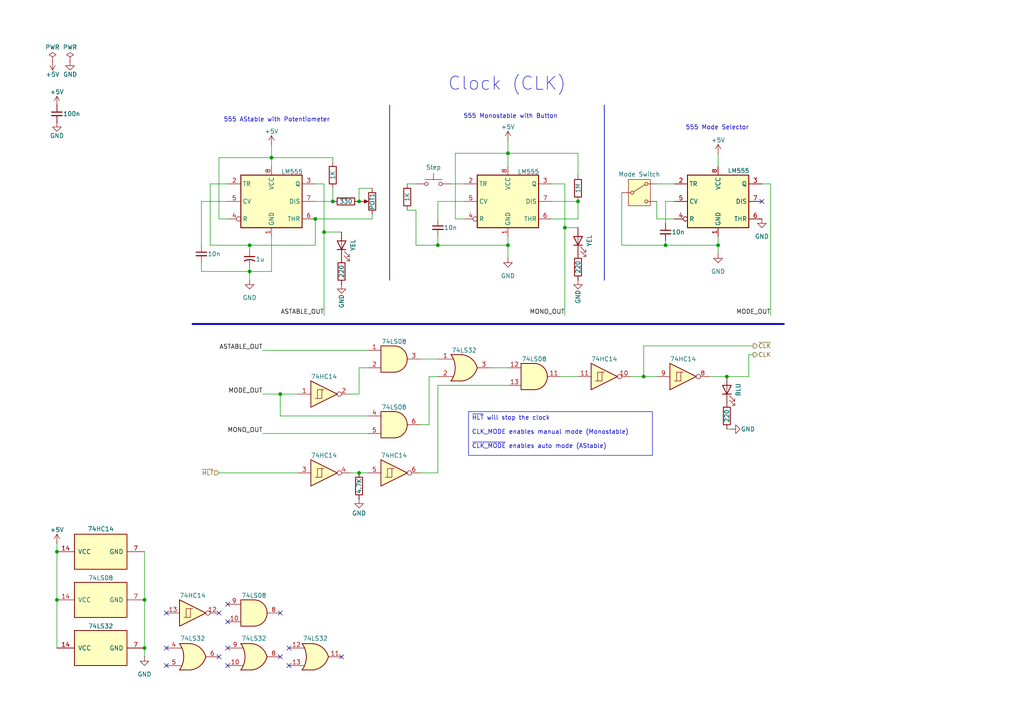
<source format=kicad_sch>
(kicad_sch (version 20250114) (generator "eeschema") (generator_version "9.0")
  (paper "A4")
  (title_block (title "Clock"))
  (lib_symbols
    (symbol "74xx:74HC14" (pin_names (offset 1.016))
      (property "Reference" "U" (at 0 1.27 0))
      (property "Value" "74HC14" (at 0 -1.27 0))
      (symbol "74HC14_1_0"
        (polyline (pts (xy -3.81 3.81) (xy -3.81 -3.81) (xy 3.81 0) (xy -3.81 3.81)) (stroke (width 0.254)) (fill (type background)))
        (pin input line (at -7.62 0 0) (length 3.81) (name "~") (number "1"))
        (pin output inverted (at 7.62 0 180) (length 3.81) (name "~") (number "2"))
      )
      (symbol "74HC14_1_1"
        (polyline (pts (xy -2.54 -1.27) (xy -0.635 -1.27) (xy -0.635 1.27) (xy 0 1.27)))
        (polyline (pts (xy -1.905 -1.27) (xy -1.905 1.27) (xy -0.635 1.27)))
      )
      (symbol "74HC14_2_0"
        (polyline (pts (xy -3.81 3.81) (xy -3.81 -3.81) (xy 3.81 0) (xy -3.81 3.81)) (stroke (width 0.254)) (fill (type background)))
        (pin input line (at -7.62 0 0) (length 3.81) (name "~") (number "3"))
        (pin output inverted (at 7.62 0 180) (length 3.81) (name "~") (number "4"))
      )
      (symbol "74HC14_2_1"
        (polyline (pts (xy -2.54 -1.27) (xy -0.635 -1.27) (xy -0.635 1.27) (xy 0 1.27)))
        (polyline (pts (xy -1.905 -1.27) (xy -1.905 1.27) (xy -0.635 1.27)))
      )
      (symbol "74HC14_3_0"
        (polyline (pts (xy -3.81 3.81) (xy -3.81 -3.81) (xy 3.81 0) (xy -3.81 3.81)) (stroke (width 0.254)) (fill (type background)))
        (pin input line (at -7.62 0 0) (length 3.81) (name "~") (number "5"))
        (pin output inverted (at 7.62 0 180) (length 3.81) (name "~") (number "6"))
      )
      (symbol "74HC14_3_1"
        (polyline (pts (xy -2.54 -1.27) (xy -0.635 -1.27) (xy -0.635 1.27) (xy 0 1.27)))
        (polyline (pts (xy -1.905 -1.27) (xy -1.905 1.27) (xy -0.635 1.27)))
      )
      (symbol "74HC14_4_0"
        (polyline (pts (xy -3.81 3.81) (xy -3.81 -3.81) (xy 3.81 0) (xy -3.81 3.81)) (stroke (width 0.254)) (fill (type background)))
        (pin input line (at -7.62 0 0) (length 3.81) (name "~") (number "9"))
        (pin output inverted (at 7.62 0 180) (length 3.81) (name "~") (number "8"))
      )
      (symbol "74HC14_4_1"
        (polyline (pts (xy -2.54 -1.27) (xy -0.635 -1.27) (xy -0.635 1.27) (xy 0 1.27)))
        (polyline (pts (xy -1.905 -1.27) (xy -1.905 1.27) (xy -0.635 1.27)))
      )
      (symbol "74HC14_5_0"
        (polyline (pts (xy -3.81 3.81) (xy -3.81 -3.81) (xy 3.81 0) (xy -3.81 3.81)) (stroke (width 0.254)) (fill (type background)))
        (pin input line (at -7.62 0 0) (length 3.81) (name "~") (number "11"))
        (pin output inverted (at 7.62 0 180) (length 3.81) (name "~") (number "10"))
      )
      (symbol "74HC14_5_1"
        (polyline (pts (xy -2.54 -1.27) (xy -0.635 -1.27) (xy -0.635 1.27) (xy 0 1.27)))
        (polyline (pts (xy -1.905 -1.27) (xy -1.905 1.27) (xy -0.635 1.27)))
      )
      (symbol "74HC14_6_0"
        (polyline (pts (xy -3.81 3.81) (xy -3.81 -3.81) (xy 3.81 0) (xy -3.81 3.81)) (stroke (width 0.254)) (fill (type background)))
        (pin input line (at -7.62 0 0) (length 3.81) (name "~") (number "13"))
        (pin output inverted (at 7.62 0 180) (length 3.81) (name "~") (number "12"))
      )
      (symbol "74HC14_6_1"
        (polyline (pts (xy -2.54 -1.27) (xy -0.635 -1.27) (xy -0.635 1.27) (xy 0 1.27)))
        (polyline (pts (xy -1.905 -1.27) (xy -1.905 1.27) (xy -0.635 1.27)))
      )
      (symbol "74HC14_7_0"
        (pin power_in line (at 0 12.7 270) (length 5.08) (name "VCC") (number "14"))
        (pin power_in line (at 0 -12.7 90) (length 5.08) (name "GND") (number "7"))
      )
      (symbol "74HC14_7_1"
        (rectangle (start -5.08 7.62) (end 5.08 -7.62) (stroke (width 0.254)) (fill (type background)))
      )
    )
    (symbol "74xx:74LS08" (pin_names (offset 1.016))
      (property "Reference" "U" (at 0 1.27 0))
      (property "Value" "74LS08" (at 0 -1.27 0))
      (symbol "74LS08_1_1"
        (arc (start 0 3.81) (mid 3.7934 0) (end 0 -3.81) (stroke (width 0.254)) (fill (type background)))
        (polyline (pts (xy 0 3.81) (xy -3.81 3.81) (xy -3.81 -3.81) (xy 0 -3.81)) (stroke (width 0.254)) (fill (type background)))
        (pin input line (at -7.62 2.54 0) (length 3.81) (name "~") (number "1"))
        (pin input line (at -7.62 -2.54 0) (length 3.81) (name "~") (number "2"))
        (pin output line (at 7.62 0 180) (length 3.81) (name "~") (number "3"))
      )
      (symbol "74LS08_1_2"
        (arc (start -3.81 3.81) (mid -2.589 0) (end -3.81 -3.81) (stroke (width 0.254)))
        (polyline (pts (xy -3.81 3.81) (xy -0.635 3.81)) (stroke (width 0.254)) (fill (type background)))
        (polyline (pts (xy -3.81 -3.81) (xy -0.635 -3.81)) (stroke (width 0.254)) (fill (type background)))
        (arc (start 3.81 0) (mid 2.1855 -2.584) (end -0.6096 -3.81) (stroke (width 0.254)) (fill (type background)))
        (arc (start -0.6096 3.81) (mid 2.1928 2.5924) (end 3.81 0) (stroke (width 0.254)) (fill (type background)))
        (polyline (pts (xy -0.635 3.81) (xy -3.81 3.81) (xy -3.81 3.81) (xy -3.556 3.4036) (xy -3.0226 2.2606) (xy -2.6924 1.0414) (xy -2.6162 -0.254) (xy -2.7686 -1.4986) (xy -3.175 -2.7178) (xy -3.81 -3.81) (xy -3.81 -3.81) (xy -0.635 -3.81)) (stroke (width -25.4)) (fill (type background)))
        (pin input inverted (at -7.62 2.54 0) (length 4.318) (name "~") (number "1"))
        (pin input inverted (at -7.62 -2.54 0) (length 4.318) (name "~") (number "2"))
        (pin output inverted (at 7.62 0 180) (length 3.81) (name "~") (number "3"))
      )
      (symbol "74LS08_2_1"
        (arc (start 0 3.81) (mid 3.7934 0) (end 0 -3.81) (stroke (width 0.254)) (fill (type background)))
        (polyline (pts (xy 0 3.81) (xy -3.81 3.81) (xy -3.81 -3.81) (xy 0 -3.81)) (stroke (width 0.254)) (fill (type background)))
        (pin input line (at -7.62 2.54 0) (length 3.81) (name "~") (number "4"))
        (pin input line (at -7.62 -2.54 0) (length 3.81) (name "~") (number "5"))
        (pin output line (at 7.62 0 180) (length 3.81) (name "~") (number "6"))
      )
      (symbol "74LS08_2_2"
        (arc (start -3.81 3.81) (mid -2.589 0) (end -3.81 -3.81) (stroke (width 0.254)))
        (polyline (pts (xy -3.81 3.81) (xy -0.635 3.81)) (stroke (width 0.254)) (fill (type background)))
        (polyline (pts (xy -3.81 -3.81) (xy -0.635 -3.81)) (stroke (width 0.254)) (fill (type background)))
        (arc (start 3.81 0) (mid 2.1855 -2.584) (end -0.6096 -3.81) (stroke (width 0.254)) (fill (type background)))
        (arc (start -0.6096 3.81) (mid 2.1928 2.5924) (end 3.81 0) (stroke (width 0.254)) (fill (type background)))
        (polyline (pts (xy -0.635 3.81) (xy -3.81 3.81) (xy -3.81 3.81) (xy -3.556 3.4036) (xy -3.0226 2.2606) (xy -2.6924 1.0414) (xy -2.6162 -0.254) (xy -2.7686 -1.4986) (xy -3.175 -2.7178) (xy -3.81 -3.81) (xy -3.81 -3.81) (xy -0.635 -3.81)) (stroke (width -25.4)) (fill (type background)))
        (pin input inverted (at -7.62 2.54 0) (length 4.318) (name "~") (number "4"))
        (pin input inverted (at -7.62 -2.54 0) (length 4.318) (name "~") (number "5"))
        (pin output inverted (at 7.62 0 180) (length 3.81) (name "~") (number "6"))
      )
      (symbol "74LS08_3_1"
        (arc (start 0 3.81) (mid 3.7934 0) (end 0 -3.81) (stroke (width 0.254)) (fill (type background)))
        (polyline (pts (xy 0 3.81) (xy -3.81 3.81) (xy -3.81 -3.81) (xy 0 -3.81)) (stroke (width 0.254)) (fill (type background)))
        (pin input line (at -7.62 2.54 0) (length 3.81) (name "~") (number "9"))
        (pin input line (at -7.62 -2.54 0) (length 3.81) (name "~") (number "10"))
        (pin output line (at 7.62 0 180) (length 3.81) (name "~") (number "8"))
      )
      (symbol "74LS08_3_2"
        (arc (start -3.81 3.81) (mid -2.589 0) (end -3.81 -3.81) (stroke (width 0.254)))
        (polyline (pts (xy -3.81 3.81) (xy -0.635 3.81)) (stroke (width 0.254)) (fill (type background)))
        (polyline (pts (xy -3.81 -3.81) (xy -0.635 -3.81)) (stroke (width 0.254)) (fill (type background)))
        (arc (start 3.81 0) (mid 2.1855 -2.584) (end -0.6096 -3.81) (stroke (width 0.254)) (fill (type background)))
        (arc (start -0.6096 3.81) (mid 2.1928 2.5924) (end 3.81 0) (stroke (width 0.254)) (fill (type background)))
        (polyline (pts (xy -0.635 3.81) (xy -3.81 3.81) (xy -3.81 3.81) (xy -3.556 3.4036) (xy -3.0226 2.2606) (xy -2.6924 1.0414) (xy -2.6162 -0.254) (xy -2.7686 -1.4986) (xy -3.175 -2.7178) (xy -3.81 -3.81) (xy -3.81 -3.81) (xy -0.635 -3.81)) (stroke (width -25.4)) (fill (type background)))
        (pin input inverted (at -7.62 2.54 0) (length 4.318) (name "~") (number "9"))
        (pin input inverted (at -7.62 -2.54 0) (length 4.318) (name "~") (number "10"))
        (pin output inverted (at 7.62 0 180) (length 3.81) (name "~") (number "8"))
      )
      (symbol "74LS08_4_1"
        (arc (start 0 3.81) (mid 3.7934 0) (end 0 -3.81) (stroke (width 0.254)) (fill (type background)))
        (polyline (pts (xy 0 3.81) (xy -3.81 3.81) (xy -3.81 -3.81) (xy 0 -3.81)) (stroke (width 0.254)) (fill (type background)))
        (pin input line (at -7.62 2.54 0) (length 3.81) (name "~") (number "12"))
        (pin input line (at -7.62 -2.54 0) (length 3.81) (name "~") (number "13"))
        (pin output line (at 7.62 0 180) (length 3.81) (name "~") (number "11"))
      )
      (symbol "74LS08_4_2"
        (arc (start -3.81 3.81) (mid -2.589 0) (end -3.81 -3.81) (stroke (width 0.254)))
        (polyline (pts (xy -3.81 3.81) (xy -0.635 3.81)) (stroke (width 0.254)) (fill (type background)))
        (polyline (pts (xy -3.81 -3.81) (xy -0.635 -3.81)) (stroke (width 0.254)) (fill (type background)))
        (arc (start 3.81 0) (mid 2.1855 -2.584) (end -0.6096 -3.81) (stroke (width 0.254)) (fill (type background)))
        (arc (start -0.6096 3.81) (mid 2.1928 2.5924) (end 3.81 0) (stroke (width 0.254)) (fill (type background)))
        (polyline (pts (xy -0.635 3.81) (xy -3.81 3.81) (xy -3.81 3.81) (xy -3.556 3.4036) (xy -3.0226 2.2606) (xy -2.6924 1.0414) (xy -2.6162 -0.254) (xy -2.7686 -1.4986) (xy -3.175 -2.7178) (xy -3.81 -3.81) (xy -3.81 -3.81) (xy -0.635 -3.81)) (stroke (width -25.4)) (fill (type background)))
        (pin input inverted (at -7.62 2.54 0) (length 4.318) (name "~") (number "12"))
        (pin input inverted (at -7.62 -2.54 0) (length 4.318) (name "~") (number "13"))
        (pin output inverted (at 7.62 0 180) (length 3.81) (name "~") (number "11"))
      )
      (symbol "74LS08_5_0"
        (pin power_in line (at 0 12.7 270) (length 5.08) (name "VCC") (number "14"))
        (pin power_in line (at 0 -12.7 90) (length 5.08) (name "GND") (number "7"))
      )
      (symbol "74LS08_5_1"
        (rectangle (start -5.08 7.62) (end 5.08 -7.62) (stroke (width 0.254)) (fill (type background)))
      )
    )
    (symbol "74xx:74LS32" (pin_names (offset 1.016))
      (property "Reference" "U" (at 0 1.27 0))
      (property "Value" "74LS32" (at 0 -1.27 0))
      (symbol "74LS32_1_1"
        (arc (start -3.81 3.81) (mid -2.589 0) (end -3.81 -3.81) (stroke (width 0.254)))
        (polyline (pts (xy -3.81 3.81) (xy -0.635 3.81)) (stroke (width 0.254)) (fill (type background)))
        (polyline (pts (xy -3.81 -3.81) (xy -0.635 -3.81)) (stroke (width 0.254)) (fill (type background)))
        (arc (start 3.81 0) (mid 2.1855 -2.584) (end -0.6096 -3.81) (stroke (width 0.254)) (fill (type background)))
        (arc (start -0.6096 3.81) (mid 2.1928 2.5924) (end 3.81 0) (stroke (width 0.254)) (fill (type background)))
        (polyline (pts (xy -0.635 3.81) (xy -3.81 3.81) (xy -3.81 3.81) (xy -3.556 3.4036) (xy -3.0226 2.2606) (xy -2.6924 1.0414) (xy -2.6162 -0.254) (xy -2.7686 -1.4986) (xy -3.175 -2.7178) (xy -3.81 -3.81) (xy -3.81 -3.81) (xy -0.635 -3.81)) (stroke (width -25.4)) (fill (type background)))
        (pin input line (at -7.62 2.54 0) (length 4.318) (name "~") (number "1"))
        (pin input line (at -7.62 -2.54 0) (length 4.318) (name "~") (number "2"))
        (pin output line (at 7.62 0 180) (length 3.81) (name "~") (number "3"))
      )
      (symbol "74LS32_1_2"
        (arc (start 0 3.81) (mid 3.7934 0) (end 0 -3.81) (stroke (width 0.254)) (fill (type background)))
        (polyline (pts (xy 0 3.81) (xy -3.81 3.81) (xy -3.81 -3.81) (xy 0 -3.81)) (stroke (width 0.254)) (fill (type background)))
        (pin input inverted (at -7.62 2.54 0) (length 3.81) (name "~") (number "1"))
        (pin input inverted (at -7.62 -2.54 0) (length 3.81) (name "~") (number "2"))
        (pin output inverted (at 7.62 0 180) (length 3.81) (name "~") (number "3"))
      )
      (symbol "74LS32_2_1"
        (arc (start -3.81 3.81) (mid -2.589 0) (end -3.81 -3.81) (stroke (width 0.254)))
        (polyline (pts (xy -3.81 3.81) (xy -0.635 3.81)) (stroke (width 0.254)) (fill (type background)))
        (polyline (pts (xy -3.81 -3.81) (xy -0.635 -3.81)) (stroke (width 0.254)) (fill (type background)))
        (arc (start 3.81 0) (mid 2.1855 -2.584) (end -0.6096 -3.81) (stroke (width 0.254)) (fill (type background)))
        (arc (start -0.6096 3.81) (mid 2.1928 2.5924) (end 3.81 0) (stroke (width 0.254)) (fill (type background)))
        (polyline (pts (xy -0.635 3.81) (xy -3.81 3.81) (xy -3.81 3.81) (xy -3.556 3.4036) (xy -3.0226 2.2606) (xy -2.6924 1.0414) (xy -2.6162 -0.254) (xy -2.7686 -1.4986) (xy -3.175 -2.7178) (xy -3.81 -3.81) (xy -3.81 -3.81) (xy -0.635 -3.81)) (stroke (width -25.4)) (fill (type background)))
        (pin input line (at -7.62 2.54 0) (length 4.318) (name "~") (number "4"))
        (pin input line (at -7.62 -2.54 0) (length 4.318) (name "~") (number "5"))
        (pin output line (at 7.62 0 180) (length 3.81) (name "~") (number "6"))
      )
      (symbol "74LS32_2_2"
        (arc (start 0 3.81) (mid 3.7934 0) (end 0 -3.81) (stroke (width 0.254)) (fill (type background)))
        (polyline (pts (xy 0 3.81) (xy -3.81 3.81) (xy -3.81 -3.81) (xy 0 -3.81)) (stroke (width 0.254)) (fill (type background)))
        (pin input inverted (at -7.62 2.54 0) (length 3.81) (name "~") (number "4"))
        (pin input inverted (at -7.62 -2.54 0) (length 3.81) (name "~") (number "5"))
        (pin output inverted (at 7.62 0 180) (length 3.81) (name "~") (number "6"))
      )
      (symbol "74LS32_3_1"
        (arc (start -3.81 3.81) (mid -2.589 0) (end -3.81 -3.81) (stroke (width 0.254)))
        (polyline (pts (xy -3.81 3.81) (xy -0.635 3.81)) (stroke (width 0.254)) (fill (type background)))
        (polyline (pts (xy -3.81 -3.81) (xy -0.635 -3.81)) (stroke (width 0.254)) (fill (type background)))
        (arc (start 3.81 0) (mid 2.1855 -2.584) (end -0.6096 -3.81) (stroke (width 0.254)) (fill (type background)))
        (arc (start -0.6096 3.81) (mid 2.1928 2.5924) (end 3.81 0) (stroke (width 0.254)) (fill (type background)))
        (polyline (pts (xy -0.635 3.81) (xy -3.81 3.81) (xy -3.81 3.81) (xy -3.556 3.4036) (xy -3.0226 2.2606) (xy -2.6924 1.0414) (xy -2.6162 -0.254) (xy -2.7686 -1.4986) (xy -3.175 -2.7178) (xy -3.81 -3.81) (xy -3.81 -3.81) (xy -0.635 -3.81)) (stroke (width -25.4)) (fill (type background)))
        (pin input line (at -7.62 2.54 0) (length 4.318) (name "~") (number "9"))
        (pin input line (at -7.62 -2.54 0) (length 4.318) (name "~") (number "10"))
        (pin output line (at 7.62 0 180) (length 3.81) (name "~") (number "8"))
      )
      (symbol "74LS32_3_2"
        (arc (start 0 3.81) (mid 3.7934 0) (end 0 -3.81) (stroke (width 0.254)) (fill (type background)))
        (polyline (pts (xy 0 3.81) (xy -3.81 3.81) (xy -3.81 -3.81) (xy 0 -3.81)) (stroke (width 0.254)) (fill (type background)))
        (pin input inverted (at -7.62 2.54 0) (length 3.81) (name "~") (number "9"))
        (pin input inverted (at -7.62 -2.54 0) (length 3.81) (name "~") (number "10"))
        (pin output inverted (at 7.62 0 180) (length 3.81) (name "~") (number "8"))
      )
      (symbol "74LS32_4_1"
        (arc (start -3.81 3.81) (mid -2.589 0) (end -3.81 -3.81) (stroke (width 0.254)))
        (polyline (pts (xy -3.81 3.81) (xy -0.635 3.81)) (stroke (width 0.254)) (fill (type background)))
        (polyline (pts (xy -3.81 -3.81) (xy -0.635 -3.81)) (stroke (width 0.254)) (fill (type background)))
        (arc (start 3.81 0) (mid 2.1855 -2.584) (end -0.6096 -3.81) (stroke (width 0.254)) (fill (type background)))
        (arc (start -0.6096 3.81) (mid 2.1928 2.5924) (end 3.81 0) (stroke (width 0.254)) (fill (type background)))
        (polyline (pts (xy -0.635 3.81) (xy -3.81 3.81) (xy -3.81 3.81) (xy -3.556 3.4036) (xy -3.0226 2.2606) (xy -2.6924 1.0414) (xy -2.6162 -0.254) (xy -2.7686 -1.4986) (xy -3.175 -2.7178) (xy -3.81 -3.81) (xy -3.81 -3.81) (xy -0.635 -3.81)) (stroke (width -25.4)) (fill (type background)))
        (pin input line (at -7.62 2.54 0) (length 4.318) (name "~") (number "12"))
        (pin input line (at -7.62 -2.54 0) (length 4.318) (name "~") (number "13"))
        (pin output line (at 7.62 0 180) (length 3.81) (name "~") (number "11"))
      )
      (symbol "74LS32_4_2"
        (arc (start 0 3.81) (mid 3.7934 0) (end 0 -3.81) (stroke (width 0.254)) (fill (type background)))
        (polyline (pts (xy 0 3.81) (xy -3.81 3.81) (xy -3.81 -3.81) (xy 0 -3.81)) (stroke (width 0.254)) (fill (type background)))
        (pin input inverted (at -7.62 2.54 0) (length 3.81) (name "~") (number "12"))
        (pin input inverted (at -7.62 -2.54 0) (length 3.81) (name "~") (number "13"))
        (pin output inverted (at 7.62 0 180) (length 3.81) (name "~") (number "11"))
      )
      (symbol "74LS32_5_0"
        (pin power_in line (at 0 12.7 270) (length 5.08) (name "VCC") (number "14"))
        (pin power_in line (at 0 -12.7 90) (length 5.08) (name "GND") (number "7"))
      )
      (symbol "74LS32_5_1"
        (rectangle (start -5.08 7.62) (end 5.08 -7.62) (stroke (width 0.254)) (fill (type background)))
      )
    )
    (symbol "Device:C_Small" (pin_numbers (hide yes)) (pin_names (offset 0.254) (hide yes))
      (property "Reference" "C" (at 0.254 1.778 0))
      (property "Value" "C_Small" (at 0.254 -2.032 0))
      (symbol "C_Small_0_1"
        (polyline (pts (xy -1.524 0.508) (xy 1.524 0.508)) (stroke (width 0.3048)))
        (polyline (pts (xy -1.524 -0.508) (xy 1.524 -0.508)) (stroke (width 0.3302)))
      )
      (symbol "C_Small_1_1"
        (pin passive line (at 0 2.54 270) (length 2.032) (name "~") (number "1"))
        (pin passive line (at 0 -2.54 90) (length 2.032) (name "~") (number "2"))
      )
    )
    (symbol "Device:C_Small_US" (pin_numbers (hide yes)) (pin_names (offset 0.254) (hide yes))
      (property "Reference" "C" (at 0.254 1.778 0))
      (property "Value" "C_Small_US" (at 0.254 -2.032 0))
      (symbol "C_Small_US_0_1"
        (polyline (pts (xy -1.524 0.508) (xy 1.524 0.508)) (stroke (width 0.3048)))
        (arc (start -1.524 -0.762) (mid 0 -0.3734) (end 1.524 -0.762) (stroke (width 0.3048)))
      )
      (symbol "C_Small_US_1_1"
        (pin passive line (at 0 2.54 270) (length 2.032) (name "~") (number "1"))
        (pin passive line (at 0 -2.54 90) (length 2.032) (name "~") (number "2"))
      )
    )
    (symbol "Device:LED" (pin_numbers (hide yes)) (pin_names (offset 1.016) (hide yes))
      (property "Reference" "D" (at 0 2.54 0))
      (property "Value" "LED" (at 0 -2.54 0))
      (symbol "LED_0_1"
        (polyline (pts (xy -3.048 -0.762) (xy -4.572 -2.286) (xy -3.81 -2.286) (xy -4.572 -2.286) (xy -4.572 -1.524)))
        (polyline (pts (xy -1.778 -0.762) (xy -3.302 -2.286) (xy -2.54 -2.286) (xy -3.302 -2.286) (xy -3.302 -1.524)))
        (polyline (pts (xy -1.27 0) (xy 1.27 0)))
        (polyline (pts (xy -1.27 -1.27) (xy -1.27 1.27)) (stroke (width 0.254)))
        (polyline (pts (xy 1.27 -1.27) (xy 1.27 1.27) (xy -1.27 0) (xy 1.27 -1.27)) (stroke (width 0.254)))
      )
      (symbol "LED_1_1"
        (pin passive line (at -3.81 0 0) (length 2.54) (name "K") (number "1"))
        (pin passive line (at 3.81 0 180) (length 2.54) (name "A") (number "2"))
      )
    )
    (symbol "Device:R" (pin_numbers (hide yes)) (pin_names (offset 0))
      (property "Reference" "R" (at 2.032 0 90))
      (property "Value" "R" (at 0 0 90))
      (symbol "R_0_1"
        (rectangle (start -1.016 -2.54) (end 1.016 2.54) (stroke (width 0.254)))
      )
      (symbol "R_1_1"
        (pin passive line (at 0 3.81 270) (length 1.27) (name "~") (number "1"))
        (pin passive line (at 0 -3.81 90) (length 1.27) (name "~") (number "2"))
      )
    )
    (symbol "Device:R_Potentiometer" (pin_numbers (hide yes)) (pin_names (offset 1.016) (hide yes))
      (property "Reference" "RV" (at -4.445 0 90))
      (property "Value" "R_Potentiometer" (at -2.54 0 90))
      (symbol "R_Potentiometer_0_1"
        (rectangle (start 1.016 2.54) (end -1.016 -2.54) (stroke (width 0.254)))
        (polyline (pts (xy 1.143 0) (xy 2.286 0.508) (xy 2.286 -0.508) (xy 1.143 0)) (fill (type outline)))
        (polyline (pts (xy 2.54 0) (xy 1.524 0)))
      )
      (symbol "R_Potentiometer_1_1"
        (pin passive line (at 0 3.81 270) (length 1.27) (name "1") (number "1"))
        (pin passive line (at 0 -3.81 90) (length 1.27) (name "3") (number "3"))
        (pin passive line (at 3.81 0 180) (length 1.27) (name "2") (number "2"))
      )
    )
    (symbol "Switch:SW_Push" (pin_numbers (hide yes)) (pin_names (offset 1.016) (hide yes))
      (property "Reference" "SW" (at 1.27 2.54 0))
      (property "Value" "SW_Push" (at 0 -1.524 0))
      (symbol "SW_Push_0_1"
        (circle (center -2.032 0) (radius 0.508))
        (polyline (pts (xy 0 1.27) (xy 0 3.048)))
        (circle (center 2.032 0) (radius 0.508))
        (polyline (pts (xy 2.54 1.27) (xy -2.54 1.27)))
        (pin passive line (at -5.08 0 0) (length 2.54) (name "1") (number "1"))
        (pin passive line (at 5.08 0 180) (length 2.54) (name "2") (number "2"))
      )
    )
    (symbol "Switch:SW_SPDT" (pin_numbers (hide yes)) (pin_names (offset 0) (hide yes))
      (property "Reference" "SW" (at 0 5.08 0))
      (property "Value" "SW_SPDT" (at 0 -5.08 0))
      (symbol "SW_SPDT_0_1"
        (circle (center -2.032 0) (radius 0.4572))
        (polyline (pts (xy -1.651 0.254) (xy 1.651 2.286)))
        (circle (center 2.032 2.54) (radius 0.4572))
        (circle (center 2.032 -2.54) (radius 0.4572))
      )
      (symbol "SW_SPDT_1_1"
        (rectangle (start -3.175 3.81) (end 3.175 -3.81) (fill (type background)))
        (pin passive line (at -5.08 0 0) (length 2.54) (name "B") (number "2"))
        (pin passive line (at 5.08 2.54 180) (length 2.54) (name "A") (number "1"))
        (pin passive line (at 5.08 -2.54 180) (length 2.54) (name "C") (number "3"))
      )
    )
    (symbol "Timer:LM555xN"
      (property "Reference" "U" (at -10.16 8.89 0))
      (property "Value" "LM555xN" (at 2.54 8.89 0))
      (symbol "LM555xN_0_0"
        (pin power_in line (at 0 10.16 270) (length 2.54) (name "VCC") (number "8"))
        (pin power_in line (at 0 -10.16 90) (length 2.54) (name "GND") (number "1"))
      )
      (symbol "LM555xN_0_1"
        (rectangle (start -8.89 -7.62) (end 8.89 7.62) (stroke (width 0.254)) (fill (type background)))
        (rectangle (start -8.89 -7.62) (end 8.89 7.62) (stroke (width 0.254)) (fill (type background)))
      )
      (symbol "LM555xN_1_1"
        (pin input line (at -12.7 5.08 0) (length 3.81) (name "TR") (number "2"))
        (pin input line (at -12.7 0 0) (length 3.81) (name "CV") (number "5"))
        (pin input inverted (at -12.7 -5.08 0) (length 3.81) (name "R") (number "4"))
        (pin output line (at 12.7 5.08 180) (length 3.81) (name "Q") (number "3"))
        (pin input line (at 12.7 0 180) (length 3.81) (name "DIS") (number "7"))
        (pin input line (at 12.7 -5.08 180) (length 3.81) (name "THR") (number "6"))
      )
    )
    (symbol "power:+5V" (power) (pin_numbers (hide yes)) (pin_names (offset 0) (hide yes))
      (property "Value" "+5V" (at 0 3.556 0))
      (symbol "+5V_0_1"
        (polyline (pts (xy -0.762 1.27) (xy 0 2.54)))
        (polyline (pts (xy 0 2.54) (xy 0.762 1.27)))
        (polyline (pts (xy 0 0) (xy 0 2.54)))
      )
      (symbol "+5V_1_1"
        (pin power_in line (at 0 0 90) (length 0) (name "~") (number "1"))
      )
    )
    (symbol "power:GND" (power) (pin_numbers (hide yes)) (pin_names (offset 0) (hide yes))
      (property "Value" "GND" (at 0 -3.81 0))
      (symbol "GND_0_1"
        (polyline (pts (xy 0 0) (xy 0 -1.27) (xy 1.27 -1.27) (xy 0 -2.54) (xy -1.27 -1.27) (xy 0 -1.27)))
      )
      (symbol "GND_1_1"
        (pin power_in line (at 0 0 270) (length 0) (name "~") (number "1"))
      )
    )
    (symbol "power:PWR_FLAG" (power) (pin_numbers (hide yes)) (pin_names (offset 0) (hide yes))
      (property "Value" "PWR_FLAG" (at 0 3.81 0))
      (symbol "PWR_FLAG_0_0"
        (pin power_out line (at 0 0 90) (length 0) (name "~") (number "1"))
      )
      (symbol "PWR_FLAG_0_1"
        (polyline (pts (xy 0 0) (xy 0 1.27) (xy -1.016 1.905) (xy 0 2.54) (xy 1.016 1.905) (xy 0 1.27)))
      )
    )
  )
  (rectangle (start 55.88 93.9546) (end 227.33 93.98) (stroke (width 0.508)))
  (rectangle (start 113.0046 30.48) (end 113.03 81.28) (stroke (width 0.1778)))
  (rectangle (start 175.26 30.48) (end 175.2854 81.28) (stroke (width 0.1778)))
  (text "555 Monostable with Button" (at 148.082 33.782 0) (effects (font (size 1.27 1.27))))
  (text "555 AStable with Potentiometer" (at 80.264 34.798 0) (effects (font (size 1.27 1.27))))
  (text "555 Mode Selector" (at 208.026 37.084 0) (effects (font (size 1.27 1.27))))
  (text "Clock (CLK)" (at 147.066 24.384 0) (effects (font (size 3.81 3.81))))
  (text_box "~{HLT} will stop the clock\n\nCLK_MODE enables manual mode (Monostable)\n\n~{CLK_MODE} enables auto mode (AStable)" (at 135.89 119.38 0) (size 53.34 12.7) (margins 0.9525 0.9525 0.9525 0.9525) (effects (font (size 1.27 1.27)) (justify left top)))
  (junction (at 208.28 71.12))
  (junction (at 186.69 109.22))
  (junction (at 104.14 58.42))
  (junction (at 210.82 109.22))
  (junction (at 16.51 160.02))
  (junction (at 72.39 71.12))
  (junction (at 163.83 66.04))
  (junction (at 78.74 45.72))
  (junction (at 41.91 173.99))
  (junction (at 41.91 187.96))
  (junction (at 81.28 114.3))
  (junction (at 96.52 58.42))
  (junction (at 104.14 137.16))
  (junction (at 147.32 71.12))
  (junction (at 193.04 71.12))
  (junction (at 147.32 44.45))
  (junction (at 91.44 63.5))
  (junction (at 93.98 67.31))
  (junction (at 72.39 78.74))
  (junction (at 127 71.12))
  (junction (at 16.51 173.99))
  (junction (at 167.64 58.42))
  (no_connect (at 66.04 187.96))
  (no_connect (at 66.04 175.26))
  (no_connect (at 48.26 187.96))
  (no_connect (at 63.5 190.5))
  (no_connect (at 220.98 58.42))
  (no_connect (at 66.04 193.04))
  (no_connect (at 81.28 177.8))
  (no_connect (at 83.82 193.04))
  (no_connect (at 48.26 177.8))
  (no_connect (at 48.26 193.04))
  (no_connect (at 66.04 180.34))
  (no_connect (at 99.06 190.5))
  (no_connect (at 83.82 187.96))
  (no_connect (at 63.5 177.8))
  (no_connect (at 81.28 190.5))
  (wire (pts (xy 132.08 44.45) (xy 147.32 44.45)))
  (wire (pts (xy 58.42 78.74) (xy 72.39 78.74)))
  (wire (pts (xy 190.5 58.42) (xy 190.5 63.5)))
  (wire (pts (xy 163.83 53.34) (xy 163.83 66.04)))
  (wire (pts (xy 91.44 63.5) (xy 107.95 63.5)))
  (wire (pts (xy 78.74 45.72) (xy 78.74 48.26)))
  (wire (pts (xy 127 111.76) (xy 147.32 111.76)))
  (wire (pts (xy 107.95 62.23) (xy 107.95 63.5)))
  (wire (pts (xy 190.5 63.5) (xy 195.58 63.5)))
  (wire (pts (xy 16.51 160.02) (xy 16.51 173.99)))
  (wire (pts (xy 93.98 67.31) (xy 99.06 67.31)))
  (wire (pts (xy 134.62 58.42) (xy 127 58.42)))
  (wire (pts (xy 193.04 58.42) (xy 193.04 64.77)))
  (wire (pts (xy 72.39 78.74) (xy 78.74 78.74)))
  (wire (pts (xy 96.52 45.72) (xy 78.74 45.72)))
  (wire (pts (xy 217.17 102.87) (xy 218.44 102.87)))
  (wire (pts (xy 147.32 71.12) (xy 147.32 68.58)))
  (wire (pts (xy 167.64 58.42) (xy 160.02 58.42)))
  (wire (pts (xy 167.64 44.45) (xy 147.32 44.45)))
  (wire (pts (xy 182.88 109.22) (xy 186.69 109.22)))
  (wire (pts (xy 223.52 91.44) (xy 223.52 53.34)))
  (wire (pts (xy 16.51 173.99) (xy 16.51 187.96)))
  (wire (pts (xy 127 68.58) (xy 127 71.12)))
  (wire (pts (xy 106.68 120.65) (xy 81.28 120.65)))
  (wire (pts (xy 66.04 63.5) (xy 63.5 63.5)))
  (wire (pts (xy 132.08 44.45) (xy 132.08 63.5)))
  (wire (pts (xy 147.32 74.93) (xy 147.32 71.12)))
  (wire (pts (xy 186.69 100.33) (xy 186.69 109.22)))
  (wire (pts (xy 101.6 114.3) (xy 104.14 114.3)))
  (wire (pts (xy 223.52 53.34) (xy 220.98 53.34)))
  (wire (pts (xy 96.52 46.99) (xy 96.52 45.72)))
  (wire (pts (xy 107.95 54.61) (xy 104.14 54.61)))
  (wire (pts (xy 124.46 109.22) (xy 124.46 123.19)))
  (wire (pts (xy 76.2 114.3) (xy 81.28 114.3)))
  (wire (pts (xy 160.02 53.34) (xy 163.83 53.34)))
  (wire (pts (xy 63.5 63.5) (xy 63.5 45.72)))
  (wire (pts (xy 63.5 45.72) (xy 78.74 45.72)))
  (wire (pts (xy 208.28 44.45) (xy 208.28 48.26)))
  (wire (pts (xy 91.44 63.5) (xy 91.44 71.12)))
  (wire (pts (xy 195.58 58.42) (xy 193.04 58.42)))
  (wire (pts (xy 193.04 69.85) (xy 193.04 71.12)))
  (wire (pts (xy 160.02 63.5) (xy 167.64 63.5)))
  (wire (pts (xy 218.44 100.33) (xy 186.69 100.33)))
  (wire (pts (xy 121.92 104.14) (xy 127 104.14)))
  (wire (pts (xy 93.98 67.31) (xy 93.98 91.44)))
  (wire (pts (xy 180.34 71.12) (xy 193.04 71.12)))
  (wire (pts (xy 41.91 173.99) (xy 41.91 187.96)))
  (wire (pts (xy 81.28 120.65) (xy 81.28 114.3)))
  (wire (pts (xy 78.74 41.91) (xy 78.74 45.72)))
  (wire (pts (xy 60.96 53.34) (xy 60.96 71.12)))
  (wire (pts (xy 193.04 71.12) (xy 208.28 71.12)))
  (wire (pts (xy 41.91 187.96) (xy 41.91 190.5)))
  (wire (pts (xy 72.39 71.12) (xy 91.44 71.12)))
  (wire (pts (xy 66.04 58.42) (xy 58.42 58.42)))
  (wire (pts (xy 212.09 124.46) (xy 210.82 124.46)))
  (wire (pts (xy 58.42 58.42) (xy 58.42 71.12)))
  (wire (pts (xy 142.24 106.68) (xy 147.32 106.68)))
  (wire (pts (xy 217.17 102.87) (xy 217.17 109.22)))
  (wire (pts (xy 205.74 109.22) (xy 210.82 109.22)))
  (wire (pts (xy 86.36 114.3) (xy 81.28 114.3)))
  (wire (pts (xy 130.81 53.34) (xy 134.62 53.34)))
  (wire (pts (xy 208.28 68.58) (xy 208.28 71.12)))
  (wire (pts (xy 208.28 71.12) (xy 208.28 73.66)))
  (wire (pts (xy 76.2 125.73) (xy 106.68 125.73)))
  (wire (pts (xy 76.2 101.6) (xy 106.68 101.6)))
  (wire (pts (xy 124.46 123.19) (xy 121.92 123.19)))
  (wire (pts (xy 186.69 109.22) (xy 190.5 109.22)))
  (wire (pts (xy 120.65 53.34) (xy 118.11 53.34)))
  (wire (pts (xy 96.52 54.61) (xy 96.52 58.42)))
  (wire (pts (xy 60.96 71.12) (xy 72.39 71.12)))
  (wire (pts (xy 190.5 53.34) (xy 195.58 53.34)))
  (wire (pts (xy 147.32 44.45) (xy 147.32 48.26)))
  (wire (pts (xy 180.34 55.88) (xy 180.34 71.12)))
  (wire (pts (xy 163.83 91.44) (xy 163.83 66.04)))
  (wire (pts (xy 134.62 63.5) (xy 132.08 63.5)))
  (wire (pts (xy 127 58.42) (xy 127 63.5)))
  (wire (pts (xy 120.65 71.12) (xy 127 71.12)))
  (wire (pts (xy 72.39 78.74) (xy 72.39 81.28)))
  (wire (pts (xy 63.5 137.16) (xy 86.36 137.16)))
  (wire (pts (xy 91.44 58.42) (xy 96.52 58.42)))
  (wire (pts (xy 91.44 53.34) (xy 93.98 53.34)))
  (wire (pts (xy 120.65 60.96) (xy 118.11 60.96)))
  (wire (pts (xy 127 71.12) (xy 147.32 71.12)))
  (wire (pts (xy 127 111.76) (xy 127 137.16)))
  (wire (pts (xy 167.64 50.8) (xy 167.64 44.45)))
  (wire (pts (xy 72.39 78.74) (xy 72.39 77.47)))
  (wire (pts (xy 101.6 137.16) (xy 104.14 137.16)))
  (wire (pts (xy 121.92 137.16) (xy 127 137.16)))
  (wire (pts (xy 217.17 109.22) (xy 210.82 109.22)))
  (wire (pts (xy 162.56 109.22) (xy 167.64 109.22)))
  (wire (pts (xy 58.42 76.2) (xy 58.42 78.74)))
  (wire (pts (xy 66.04 53.34) (xy 60.96 53.34)))
  (wire (pts (xy 104.14 114.3) (xy 104.14 106.68)))
  (wire (pts (xy 16.51 157.48) (xy 16.51 160.02)))
  (wire (pts (xy 147.32 40.64) (xy 147.32 44.45)))
  (wire (pts (xy 78.74 68.58) (xy 78.74 78.74)))
  (wire (pts (xy 120.65 60.96) (xy 120.65 71.12)))
  (wire (pts (xy 104.14 106.68) (xy 106.68 106.68)))
  (wire (pts (xy 93.98 53.34) (xy 93.98 67.31)))
  (wire (pts (xy 41.91 160.02) (xy 41.91 173.99)))
  (wire (pts (xy 167.64 63.5) (xy 167.64 58.42)))
  (wire (pts (xy 104.14 137.16) (xy 106.68 137.16)))
  (wire (pts (xy 104.14 54.61) (xy 104.14 58.42)))
  (wire (pts (xy 124.46 109.22) (xy 127 109.22)))
  (wire (pts (xy 163.83 66.04) (xy 167.64 66.04)))
  (wire (pts (xy 72.39 71.12) (xy 72.39 72.39)))
  (label "MODE_OUT" (at 76.2 114.3 180))
  (label "MONO_OUT" (at 76.2 125.73 180))
  (label "MODE_OUT" (at 223.52 91.44 180))
  (label "MONO_OUT" (at 163.83 91.44 180))
  (label "ASTABLE_OUT" (at 93.98 91.44 180))
  (label "ASTABLE_OUT" (at 76.2 101.6 180))
  (hierarchical_label "CLK" (shape output) (at 218.44 102.87 0))
  (hierarchical_label "~{CLK}" (shape output) (at 218.44 100.33 0))
  (hierarchical_label "~{HLT}" (shape input) (at 63.5 137.16 180))
  (symbol (lib_id "74xx:74HC14") (at 175.26 109.22 0) (unit 5)
    (property "Reference" "U17" (effects (hide yes)))
    (property "Value" "74HC14" (at 175.26 104.14 0))
    (property "Footprint" "Package_DIP:DIP-14_W7.62mm_Socket_LongPads" (effects (hide yes)))
    (property "Datasheet" "http://www.ti.com/lit/gpn/sn74HC14" (effects (hide yes)))
    (property "Description" "Hex inverter schmitt trigger" (effects (hide yes)))
  )
  (symbol (lib_id "Device:C_Small") (at 58.42 73.66 0) (unit 1)
    (property "Reference" "C2" (effects (hide yes)))
    (property "Value" "10n" (at 60.198 73.66 0) (effects (justify left)))
    (property "Footprint" "Capacitor_THT:C_Disc_D5.0mm_W2.5mm_P5.00mm" (effects (hide yes)))
    (property "Description" "Unpolarized capacitor, small symbol" (effects (hide yes)))
  )
  (symbol (lib_id "power:+5V") (at 16.51 30.48 0) (unit 1)
    (property "Reference" "#PWR017" (effects (hide yes)))
    (property "Value" "+5V" (at 16.51 26.67 0))
    (property "Description" "Power symbol creates a global label with name \"+5V\"" (effects (hide yes)))
  )
  (symbol (lib_id "Device:LED") (at 210.82 113.03 90) (unit 1)
    (property "Reference" "D95" (effects (hide yes)))
    (property "Value" "BLU" (at 214.122 113.03 0))
    (property "Footprint" "LED_THT:LED_D5.0mm" (effects (hide yes)))
    (property "Description" "Light emitting diode" (effects (hide yes)))
    (property "Sim.Pins" "1=K 2=A" (effects (hide yes)))
  )
  (symbol (lib_id "power:+5V") (at 78.74 41.91 0) (unit 1)
    (property "Reference" "#PWR07" (effects (hide yes)))
    (property "Value" "+5V" (at 78.74 38.1 0))
    (property "Description" "Power symbol creates a global label with name \"+5V\"" (effects (hide yes)))
  )
  (symbol (lib_id "Device:C_Small_US") (at 72.39 74.93 0) (unit 1)
    (property "Reference" "C1" (effects (hide yes)))
    (property "Value" "1u" (at 74.168 75.184 0) (effects (justify left)))
    (property "Footprint" "Capacitor_THT:CP_Radial_D8.0mm_P5.00mm" (effects (hide yes)))
    (property "Description" "capacitor, small US symbol" (effects (hide yes)))
  )
  (symbol (lib_id "74xx:74LS32") (at 134.62 106.68 0) (unit 1)
    (property "Reference" "U19" (effects (hide yes)))
    (property "Value" "74LS32" (at 134.62 101.6 0))
    (property "Footprint" "Package_DIP:DIP-14_W7.62mm_Socket_LongPads" (effects (hide yes)))
    (property "Datasheet" "http://www.ti.com/lit/gpn/sn74LS32" (effects (hide yes)))
    (property "Description" "Quad 2-input OR" (effects (hide yes)))
  )
  (symbol (lib_id "Switch:SW_Push") (at 125.73 53.34 0) (unit 1)
    (property "Reference" "SWBU1" (effects (hide yes)))
    (property "Value" "Step" (at 125.73 48.514 0))
    (property "Footprint" "Button_Switch_THT:SW_PUSH_6mm" (effects (hide yes)))
    (property "Description" "Push button switch, generic, two pins" (effects (hide yes)))
  )
  (symbol (lib_id "74xx:74LS08") (at 114.3 104.14 0) (unit 1)
    (property "Reference" "U3" (effects (hide yes)))
    (property "Value" "74LS08" (at 114.2917 99.06 0))
    (property "Footprint" "Package_DIP:DIP-14_W7.62mm_Socket_LongPads" (effects (hide yes)))
    (property "Datasheet" "http://www.ti.com/lit/gpn/sn74LS08" (effects (hide yes)))
    (property "Description" "Quad And2" (effects (hide yes)))
  )
  (symbol (lib_id "Timer:LM555xN") (at 78.74 58.42 0) (unit 1)
    (property "Reference" "U1" (effects (hide yes)))
    (property "Value" "LM555" (at 81.534 49.784 0) (effects (justify left)))
    (property "Footprint" "Package_DIP:DIP-8_W7.62mm_Socket_LongPads" (effects (hide yes)))
    (property "Datasheet" "http://www.ti.com/lit/ds/symlink/lm555.pdf" (effects (hide yes)))
    (property "Description" "Timer, 555 compatible, PDIP-8" (effects (hide yes)))
  )
  (symbol (lib_id "power:GND") (at 41.91 190.5 0) (unit 1)
    (property "Reference" "#PWR06" (effects (hide yes)))
    (property "Value" "GND" (at 41.91 195.58 0))
    (property "Description" "Power symbol creates a global label with name \"GND\" , ground" (effects (hide yes)))
  )
  (symbol (lib_id "Device:R") (at 104.14 140.97 0) (unit 1)
    (property "Reference" "R107" (effects (hide yes)))
    (property "Value" "4.7K" (at 104.14 140.97 90))
    (property "Footprint" "Resistor_THT:R_Axial_DIN0207_L6.3mm_D2.5mm_P7.62mm_Horizontal" (effects (hide yes)))
    (property "Description" "Resistor" (effects (hide yes)))
  )
  (symbol (lib_id "power:GND") (at 220.98 63.5 0) (unit 1)
    (property "Reference" "#PWR02" (effects (hide yes)))
    (property "Value" "GND" (at 220.98 68.58 0))
    (property "Description" "Power symbol creates a global label with name \"GND\" , ground" (effects (hide yes)))
  )
  (symbol (lib_id "power:GND") (at 212.09 124.46 90) (unit 1)
    (property "Reference" "#PWR0121" (effects (hide yes)))
    (property "Value" "GND" (at 214.884 124.46 90) (effects (justify right)))
    (property "Description" "Power symbol creates a global label with name \"GND\" , ground" (effects (hide yes)))
  )
  (symbol (lib_id "74xx:74HC14") (at 198.12 109.22 0) (unit 4)
    (property "Reference" "U17" (effects (hide yes)))
    (property "Value" "74HC14" (at 198.12 104.14 0))
    (property "Footprint" "Package_DIP:DIP-14_W7.62mm_Socket_LongPads" (effects (hide yes)))
    (property "Datasheet" "http://www.ti.com/lit/gpn/sn74HC14" (effects (hide yes)))
    (property "Description" "Hex inverter schmitt trigger" (effects (hide yes)))
  )
  (symbol (lib_id "Switch:SW_SPDT") (at 185.42 55.88 0) (unit 1)
    (property "Reference" "SW2" (effects (hide yes)))
    (property "Value" "Mode Switch" (at 185.42 50.546 0))
    (property "Footprint" "SW_SLW-883935-2A-D:SW_SLW-883935-2A-D" (effects (hide yes)))
    (property "Description" "Switch, single pole double throw" (effects (hide yes)))
  )
  (symbol (lib_id "power:GND") (at 208.28 73.66 0) (unit 1)
    (property "Reference" "#PWR012" (effects (hide yes)))
    (property "Value" "GND" (at 208.28 78.74 0))
    (property "Description" "Power symbol creates a global label with name \"GND\" , ground" (effects (hide yes)))
  )
  (symbol (lib_id "power:GND") (at 147.32 74.93 0) (unit 1)
    (property "Reference" "#PWR08" (effects (hide yes)))
    (property "Value" "GND" (at 147.32 80.01 0))
    (property "Description" "Power symbol creates a global label with name \"GND\" , ground" (effects (hide yes)))
  )
  (symbol (lib_id "Device:R_Potentiometer") (at 107.95 58.42 180) (unit 1)
    (property "Reference" "POT1" (at 107.95 58.42 90))
    (property "Value" "R_Potentiometer" (effects (hide yes)))
    (property "Footprint" "Potentiometer_THT:Potentiometer_Bourns_3386P_Vertical" (effects (hide yes)))
    (property "Description" "Potentiometer" (effects (hide yes)))
  )
  (symbol (lib_id "74xx:74HC14") (at 55.88 177.8 0) (unit 6)
    (property "Reference" "U17" (effects (hide yes)))
    (property "Value" "74HC14" (at 55.88 172.72 0))
    (property "Footprint" "Package_DIP:DIP-14_W7.62mm_Socket_LongPads" (effects (hide yes)))
    (property "Datasheet" "http://www.ti.com/lit/gpn/sn74HC14" (effects (hide yes)))
    (property "Description" "Hex inverter schmitt trigger" (effects (hide yes)))
  )
  (symbol (lib_id "74xx:74HC14") (at 93.98 137.16 0) (unit 2)
    (property "Reference" "U17" (effects (hide yes)))
    (property "Value" "74HC14" (at 93.98 132.08 0))
    (property "Footprint" "Package_DIP:DIP-14_W7.62mm_Socket_LongPads" (effects (hide yes)))
    (property "Datasheet" "http://www.ti.com/lit/gpn/sn74HC14" (effects (hide yes)))
    (property "Description" "Hex inverter schmitt trigger" (effects (hide yes)))
  )
  (symbol (lib_id "power:GND") (at 72.39 81.28 0) (unit 1)
    (property "Reference" "#PWR018" (effects (hide yes)))
    (property "Value" "GND" (at 72.39 86.36 0))
    (property "Description" "Power symbol creates a global label with name \"GND\" , ground" (effects (hide yes)))
  )
  (symbol (lib_id "74xx:74HC14") (at 114.3 137.16 0) (unit 3)
    (property "Reference" "U17" (effects (hide yes)))
    (property "Value" "74HC14" (at 114.3 132.08 0))
    (property "Footprint" "Package_DIP:DIP-14_W7.62mm_Socket_LongPads" (effects (hide yes)))
    (property "Datasheet" "http://www.ti.com/lit/gpn/sn74HC14" (effects (hide yes)))
    (property "Description" "Hex inverter schmitt trigger" (effects (hide yes)))
  )
  (symbol (lib_id "74xx:74LS08") (at 73.66 177.8 0) (unit 3)
    (property "Reference" "U3" (effects (hide yes)))
    (property "Value" "74LS08" (at 73.6517 172.72 0))
    (property "Footprint" "Package_DIP:DIP-14_W7.62mm_Socket_LongPads" (effects (hide yes)))
    (property "Datasheet" "http://www.ti.com/lit/gpn/sn74LS08" (effects (hide yes)))
    (property "Description" "Quad And2" (effects (hide yes)))
  )
  (symbol (lib_id "74xx:74LS08") (at 154.94 109.22 0) (unit 4)
    (property "Reference" "U3" (effects (hide yes)))
    (property "Value" "74LS08" (at 154.9317 104.14 0))
    (property "Footprint" "Package_DIP:DIP-14_W7.62mm_Socket_LongPads" (effects (hide yes)))
    (property "Datasheet" "http://www.ti.com/lit/gpn/sn74LS08" (effects (hide yes)))
    (property "Description" "Quad And2" (effects (hide yes)))
  )
  (symbol (lib_id "Device:LED") (at 167.64 69.85 90) (unit 1)
    (property "Reference" "D1" (effects (hide yes)))
    (property "Value" "YEL" (at 170.942 69.85 0))
    (property "Footprint" "LED_THT:LED_D5.0mm" (effects (hide yes)))
    (property "Description" "Light emitting diode" (effects (hide yes)))
    (property "Sim.Pins" "1=K 2=A" (effects (hide yes)))
  )
  (symbol (lib_id "power:GND") (at 167.64 81.28 0) (unit 1)
    (property "Reference" "#PWR01" (effects (hide yes)))
    (property "Value" "GND" (at 167.64 84.074 90) (effects (justify right)))
    (property "Description" "Power symbol creates a global label with name \"GND\" , ground" (effects (hide yes)))
  )
  (symbol (lib_id "Timer:LM555xN") (at 208.28 58.42 0) (unit 1)
    (property "Reference" "U20" (effects (hide yes)))
    (property "Value" "LM555" (at 211.074 49.53 0) (effects (justify left)))
    (property "Footprint" "Package_DIP:DIP-8_W7.62mm_Socket_LongPads" (effects (hide yes)))
    (property "Datasheet" "http://www.ti.com/lit/ds/symlink/lm555.pdf" (effects (hide yes)))
    (property "Description" "Timer, 555 compatible, PDIP-8" (effects (hide yes)))
  )
  (symbol (lib_id "Device:R") (at 99.06 78.74 180) (unit 1)
    (property "Reference" "R7" (effects (hide yes)))
    (property "Value" "220" (at 99.06 78.74 90))
    (property "Footprint" "Resistor_THT:R_Axial_DIN0207_L6.3mm_D2.5mm_P7.62mm_Horizontal" (effects (hide yes)))
    (property "Description" "Resistor" (effects (hide yes)))
  )
  (symbol (lib_id "74xx:74HC14") (at 29.21 160.02 90) (unit 7)
    (property "Reference" "U17" (effects (hide yes)))
    (property "Value" "74HC14" (at 29.21 153.416 90))
    (property "Footprint" "Package_DIP:DIP-14_W7.62mm_Socket_LongPads" (effects (hide yes)))
    (property "Datasheet" "http://www.ti.com/lit/gpn/sn74HC14" (effects (hide yes)))
    (property "Description" "Hex inverter schmitt trigger" (effects (hide yes)))
  )
  (symbol (lib_id "power:GND") (at 20.32 17.78 0) (unit 1)
    (property "Reference" "#PWR014" (effects (hide yes)))
    (property "Value" "GND" (at 18.288 21.59 0) (effects (justify left)))
    (property "Description" "Power symbol creates a global label with name \"GND\" , ground" (effects (hide yes)))
  )
  (symbol (lib_id "power:GND") (at 104.14 144.78 0) (unit 1)
    (property "Reference" "#PWR0115" (effects (hide yes)))
    (property "Value" "GND" (at 104.14 148.844 0))
    (property "Description" "Power symbol creates a global label with name \"GND\" , ground" (effects (hide yes)))
  )
  (symbol (lib_id "power:PWR_FLAG") (at 15.24 17.78 0) (unit 1)
    (property "Reference" "#FLG03" (effects (hide yes)))
    (property "Value" "PWR" (at 15.24 13.716 0))
    (property "Description" "Special symbol for telling ERC where power comes from" (effects (hide yes)))
  )
  (symbol (lib_id "Device:R") (at 167.64 77.47 180) (unit 1)
    (property "Reference" "R1" (effects (hide yes)))
    (property "Value" "220" (at 167.64 77.47 90))
    (property "Footprint" "Resistor_THT:R_Axial_DIN0207_L6.3mm_D2.5mm_P7.62mm_Horizontal" (effects (hide yes)))
    (property "Description" "Resistor" (effects (hide yes)))
  )
  (symbol (lib_id "power:PWR_FLAG") (at 20.32 17.78 0) (unit 1)
    (property "Reference" "#FLG04" (effects (hide yes)))
    (property "Value" "PWR" (at 20.32 13.716 0))
    (property "Description" "Special symbol for telling ERC where power comes from" (effects (hide yes)))
  )
  (symbol (lib_id "Device:R") (at 118.11 57.15 0) (unit 1)
    (property "Reference" "R5" (effects (hide yes)))
    (property "Value" "1K" (at 118.11 57.15 90))
    (property "Footprint" "Resistor_THT:R_Axial_DIN0207_L6.3mm_D2.5mm_P7.62mm_Horizontal" (effects (hide yes)))
    (property "Description" "Resistor" (effects (hide yes)))
  )
  (symbol (lib_id "power:+5V") (at 16.51 157.48 0) (unit 1)
    (property "Reference" "#PWR04" (effects (hide yes)))
    (property "Value" "+5V" (at 16.51 153.67 0))
    (property "Description" "Power symbol creates a global label with name \"+5V\"" (effects (hide yes)))
  )
  (symbol (lib_id "74xx:74LS08") (at 114.3 123.19 0) (unit 2)
    (property "Reference" "U3" (effects (hide yes)))
    (property "Value" "74LS08" (at 114.2917 118.11 0))
    (property "Footprint" "Package_DIP:DIP-14_W7.62mm_Socket_LongPads" (effects (hide yes)))
    (property "Datasheet" "http://www.ti.com/lit/gpn/sn74LS08" (effects (hide yes)))
    (property "Description" "Quad And2" (effects (hide yes)))
  )
  (symbol (lib_id "power:+5V") (at 208.28 44.45 0) (unit 1)
    (property "Reference" "#PWR011" (effects (hide yes)))
    (property "Value" "+5V" (at 208.28 40.64 0))
    (property "Description" "Power symbol creates a global label with name \"+5V\"" (effects (hide yes)))
  )
  (symbol (lib_id "power:+5V") (at 147.32 40.64 0) (unit 1)
    (property "Reference" "#PWR09" (effects (hide yes)))
    (property "Value" "+5V" (at 147.32 36.83 0))
    (property "Description" "Power symbol creates a global label with name \"+5V\"" (effects (hide yes)))
  )
  (symbol (lib_id "74xx:74LS32") (at 55.88 190.5 0) (unit 2)
    (property "Reference" "U19" (effects (hide yes)))
    (property "Value" "74LS32" (at 55.88 185.166 0))
    (property "Footprint" "Package_DIP:DIP-14_W7.62mm_Socket_LongPads" (effects (hide yes)))
    (property "Datasheet" "http://www.ti.com/lit/gpn/sn74LS32" (effects (hide yes)))
    (property "Description" "Quad 2-input OR" (effects (hide yes)))
  )
  (symbol (lib_id "74xx:74LS08") (at 29.21 173.99 90) (unit 5)
    (property "Reference" "U3" (effects (hide yes)))
    (property "Value" "74LS08" (at 29.21 167.64 90))
    (property "Footprint" "Package_DIP:DIP-14_W7.62mm_Socket_LongPads" (effects (hide yes)))
    (property "Datasheet" "http://www.ti.com/lit/gpn/sn74LS08" (effects (hide yes)))
    (property "Description" "Quad And2" (effects (hide yes)))
  )
  (symbol (lib_id "74xx:74LS32") (at 91.44 190.5 0) (unit 4)
    (property "Reference" "U19" (effects (hide yes)))
    (property "Value" "74LS32" (at 91.44 185.166 0))
    (property "Footprint" "Package_DIP:DIP-14_W7.62mm_Socket_LongPads" (effects (hide yes)))
    (property "Datasheet" "http://www.ti.com/lit/gpn/sn74LS32" (effects (hide yes)))
    (property "Description" "Quad 2-input OR" (effects (hide yes)))
  )
  (symbol (lib_id "power:+5V") (at 15.24 17.78 180) (unit 1)
    (property "Reference" "#PWR010" (effects (hide yes)))
    (property "Value" "+5V" (at 15.24 21.59 0))
    (property "Description" "Power symbol creates a global label with name \"+5V\"" (effects (hide yes)))
  )
  (symbol (lib_id "Device:LED") (at 99.06 71.12 90) (unit 1)
    (property "Reference" "D3" (effects (hide yes)))
    (property "Value" "YEL" (at 102.362 71.12 0))
    (property "Footprint" "LED_THT:LED_D5.0mm" (effects (hide yes)))
    (property "Description" "Light emitting diode" (effects (hide yes)))
    (property "Sim.Pins" "1=K 2=A" (effects (hide yes)))
  )
  (symbol (lib_id "Device:C_Small") (at 16.51 33.02 0) (unit 1)
    (property "Reference" "C5" (effects (hide yes)))
    (property "Value" "100n" (at 18.288 33.02 0) (effects (justify left)))
    (property "Footprint" "Capacitor_THT:C_Disc_D5.0mm_W2.5mm_P5.00mm" (effects (hide yes)))
    (property "Description" "Unpolarized capacitor, small symbol" (effects (hide yes)))
  )
  (symbol (lib_id "Device:R") (at 96.52 50.8 180) (unit 1)
    (property "Reference" "R3" (effects (hide yes)))
    (property "Value" "1K" (at 96.52 50.8 90))
    (property "Footprint" "Resistor_THT:R_Axial_DIN0207_L6.3mm_D2.5mm_P7.62mm_Horizontal" (effects (hide yes)))
    (property "Description" "Resistor" (effects (hide yes)))
  )
  (symbol (lib_id "Device:C_Small") (at 193.04 67.31 0) (unit 1)
    (property "Reference" "C4" (effects (hide yes)))
    (property "Value" "10n" (at 194.818 67.31 0) (effects (justify left)))
    (property "Footprint" "Capacitor_THT:C_Disc_D5.0mm_W2.5mm_P5.00mm" (effects (hide yes)))
    (property "Description" "Unpolarized capacitor, small symbol" (effects (hide yes)))
  )
  (symbol (lib_id "power:GND") (at 99.06 82.55 0) (unit 1)
    (property "Reference" "#PWR013" (effects (hide yes)))
    (property "Value" "GND" (at 99.06 85.344 90) (effects (justify right)))
    (property "Description" "Power symbol creates a global label with name \"GND\" , ground" (effects (hide yes)))
  )
  (symbol (lib_id "74xx:74LS32") (at 29.21 187.96 90) (unit 5)
    (property "Reference" "U19" (effects (hide yes)))
    (property "Value" "74LS32" (at 29.21 181.61 90))
    (property "Footprint" "Package_DIP:DIP-14_W7.62mm_Socket_LongPads" (effects (hide yes)))
    (property "Datasheet" "http://www.ti.com/lit/gpn/sn74LS32" (effects (hide yes)))
    (property "Description" "Quad 2-input OR" (effects (hide yes)))
  )
  (symbol (lib_id "Device:C_Small") (at 127 66.04 0) (unit 1)
    (property "Reference" "C3" (effects (hide yes)))
    (property "Value" "10n" (at 128.778 66.04 0) (effects (justify left)))
    (property "Footprint" "Capacitor_THT:C_Disc_D5.0mm_W2.5mm_P5.00mm" (effects (hide yes)))
    (property "Description" "Unpolarized capacitor, small symbol" (effects (hide yes)))
  )
  (symbol (lib_id "Device:R") (at 210.82 120.65 180) (unit 1)
    (property "Reference" "R108" (effects (hide yes)))
    (property "Value" "220" (at 210.82 120.65 90))
    (property "Footprint" "Resistor_THT:R_Axial_DIN0207_L6.3mm_D2.5mm_P7.62mm_Horizontal" (effects (hide yes)))
    (property "Description" "Resistor" (effects (hide yes)))
  )
  (symbol (lib_id "74xx:74LS32") (at 73.66 190.5 0) (unit 3)
    (property "Reference" "U19" (effects (hide yes)))
    (property "Value" "74LS32" (at 73.66 185.166 0))
    (property "Footprint" "Package_DIP:DIP-14_W7.62mm_Socket_LongPads" (effects (hide yes)))
    (property "Datasheet" "http://www.ti.com/lit/gpn/sn74LS32" (effects (hide yes)))
    (property "Description" "Quad 2-input OR" (effects (hide yes)))
  )
  (symbol (lib_id "Device:R") (at 100.33 58.42 270) (unit 1)
    (property "Reference" "R4" (effects (hide yes)))
    (property "Value" "330" (at 100.33 58.42 90))
    (property "Footprint" "Resistor_THT:R_Axial_DIN0207_L6.3mm_D2.5mm_P7.62mm_Horizontal" (effects (hide yes)))
    (property "Description" "Resistor" (effects (hide yes)))
  )
  (symbol (lib_id "Timer:LM555xN") (at 147.32 58.42 0) (unit 1)
    (property "Reference" "U2" (effects (hide yes)))
    (property "Value" "LM555" (at 150.114 49.784 0) (effects (justify left)))
    (property "Footprint" "Package_DIP:DIP-8_W7.62mm_Socket_LongPads" (effects (hide yes)))
    (property "Datasheet" "http://www.ti.com/lit/ds/symlink/lm555.pdf" (effects (hide yes)))
    (property "Description" "Timer, 555 compatible, PDIP-8" (effects (hide yes)))
  )
  (symbol (lib_id "power:GND") (at 16.51 35.56 0) (unit 1)
    (property "Reference" "#PWR05" (effects (hide yes)))
    (property "Value" "GND" (at 14.478 39.37 0) (effects (justify left)))
    (property "Description" "Power symbol creates a global label with name \"GND\" , ground" (effects (hide yes)))
  )
  (symbol (lib_id "74xx:74HC14") (at 93.98 114.3 0) (unit 1)
    (property "Reference" "U17" (effects (hide yes)))
    (property "Value" "74HC14" (at 93.98 109.22 0))
    (property "Footprint" "Package_DIP:DIP-14_W7.62mm_Socket_LongPads" (effects (hide yes)))
    (property "Datasheet" "http://www.ti.com/lit/gpn/sn74HC14" (effects (hide yes)))
    (property "Description" "Hex inverter schmitt trigger" (effects (hide yes)))
  )
  (symbol (lib_id "Device:R") (at 167.64 54.61 0) (unit 1)
    (property "Reference" "R6" (effects (hide yes)))
    (property "Value" "1M" (at 167.64 54.61 90))
    (property "Footprint" "Resistor_THT:R_Axial_DIN0207_L6.3mm_D2.5mm_P7.62mm_Horizontal" (effects (hide yes)))
    (property "Description" "Resistor" (effects (hide yes)))
  )
)
</source>
